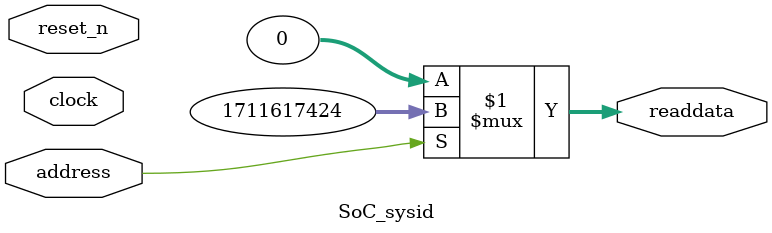
<source format=v>

`timescale 1ns / 1ps
// synthesis translate_on

// turn off superfluous verilog processor warnings 
// altera message_level Level1 
// altera message_off 10034 10035 10036 10037 10230 10240 10030 

module SoC_sysid (
               // inputs:
                address,
                clock,
                reset_n,

               // outputs:
                readdata
             )
;

  output  [ 31: 0] readdata;
  input            address;
  input            clock;
  input            reset_n;

  wire    [ 31: 0] readdata;
  //control_slave, which is an e_avalon_slave
  assign readdata = address ? 1711617424 : 0;

endmodule




</source>
